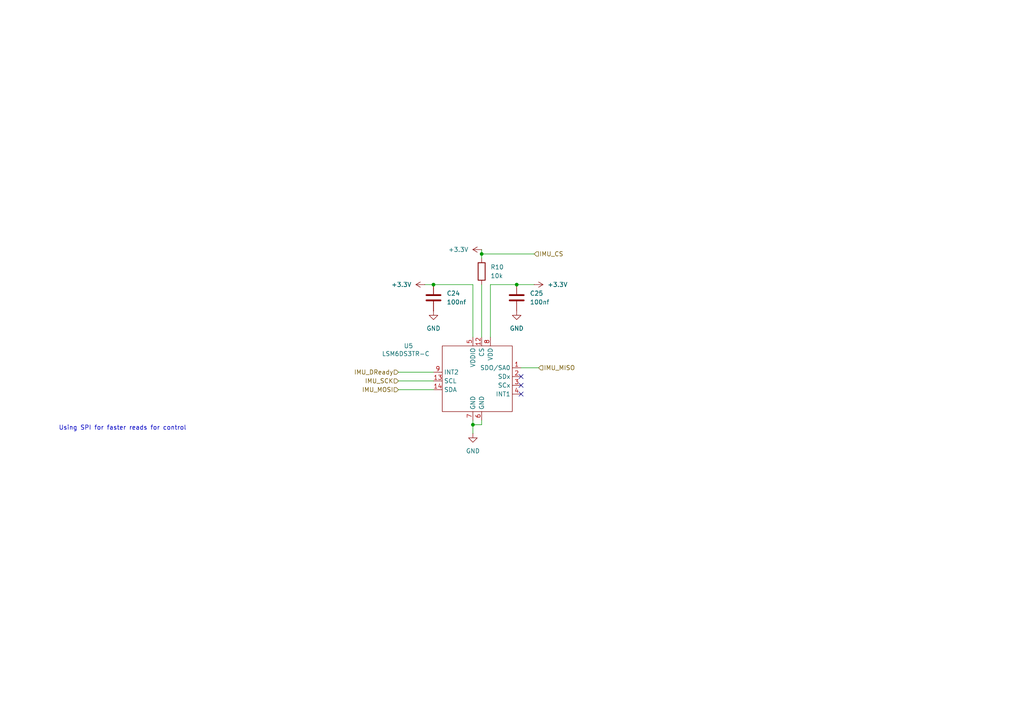
<source format=kicad_sch>
(kicad_sch (version 20250114) (generator "eeschema") (generator_version "9.0")
  (paper "A4")
  (lib_symbols
    (symbol "Device:C" (pin_numbers (hide yes)) (pin_names (offset 0.254))
      (property "Reference" "C" (at 0.635 2.54 0))
      (property "Value" "C" (at 0.635 -2.54 0))
      (symbol "C_0_1"
        (polyline (pts (xy -2.032 0.762) (xy 2.032 0.762)) (stroke (width 0.508)))
        (polyline (pts (xy -2.032 -0.762) (xy 2.032 -0.762)) (stroke (width 0.508)))
      )
      (symbol "C_1_1"
        (pin passive line (at 0 3.81 270) (length 2.794) (name "~") (number "1"))
        (pin passive line (at 0 -3.81 90) (length 2.794) (name "~") (number "2"))
      )
    )
    (symbol "Device:R" (pin_numbers (hide yes)) (pin_names (offset 0))
      (property "Reference" "R" (at 2.032 0 90))
      (property "Value" "R" (at 0 0 90))
      (symbol "R_0_1"
        (rectangle (start -1.016 -2.54) (end 1.016 2.54) (stroke (width 0.254)))
      )
      (symbol "R_1_1"
        (pin passive line (at 0 3.81 270) (length 1.27) (name "~") (number "1"))
        (pin passive line (at 0 -3.81 90) (length 1.27) (name "~") (number "2"))
      )
    )
    (symbol "Footprints:LSM6DS3TR-C"
      (property "Reference" "U4" (at -18.796 20.32 0))
      (property "Value" "LSM6DS3TR-C" (at -25.146 18.034 0))
      (symbol "LSM6DS3TR-C_0_1"
        (rectangle (start -7.62 20.32) (end 12.7 1.27))
      )
      (symbol "LSM6DS3TR-C_1_1"
        (pin input line (at -10.16 12.7 0) (length 2.54) (name "INT2") (number "9"))
        (pin input line (at -10.16 10.16 0) (length 2.54) (name "SCL") (number "13"))
        (pin input line (at -10.16 7.62 0) (length 2.54) (name "SDA") (number "14"))
        (pin no_connect line (at -7.62 5.08 0) (length 2.54) (hide yes) (name "NC") (number "11"))
        (pin no_connect line (at -7.62 2.54 0) (length 2.54) (hide yes) (name "NC") (number "10"))
        (pin power_in line (at 1.27 22.86 270) (length 2.54) (name "VDDIO") (number "5"))
        (pin input line (at 1.27 -1.27 90) (length 2.54) (name "GND") (number "7"))
        (pin input line (at 3.81 22.86 270) (length 2.54) (name "CS") (number "12"))
        (pin input line (at 3.81 -1.27 90) (length 2.54) (name "GND") (number "6"))
        (pin power_in line (at 6.35 22.86 270) (length 2.54) (name "VDD") (number "8"))
        (pin input line (at 15.24 13.97 180) (length 2.54) (name "SDO/SA0") (number "1"))
        (pin input line (at 15.24 11.43 180) (length 2.54) (name "SDx") (number "2"))
        (pin input line (at 15.24 8.89 180) (length 2.54) (name "SCx") (number "3"))
        (pin input line (at 15.24 6.35 180) (length 2.54) (name "INT1") (number "4"))
      )
    )
    (symbol "power:+3.3V" (power) (pin_numbers (hide yes)) (pin_names (offset 0) (hide yes))
      (property "Value" "+3.3V" (at 0 3.556 0))
      (symbol "+3.3V_0_1"
        (polyline (pts (xy -0.762 1.27) (xy 0 2.54)))
        (polyline (pts (xy 0 2.54) (xy 0.762 1.27)))
        (polyline (pts (xy 0 0) (xy 0 2.54)))
      )
      (symbol "+3.3V_1_1"
        (pin power_in line (at 0 0 90) (length 0) (name "~") (number "1"))
      )
    )
    (symbol "power:GND" (power) (pin_numbers (hide yes)) (pin_names (offset 0) (hide yes))
      (property "Value" "GND" (at 0 -3.81 0))
      (symbol "GND_0_1"
        (polyline (pts (xy 0 0) (xy 0 -1.27) (xy 1.27 -1.27) (xy 0 -2.54) (xy -1.27 -1.27) (xy 0 -1.27)))
      )
      (symbol "GND_1_1"
        (pin power_in line (at 0 0 270) (length 0) (name "~") (number "1"))
      )
    )
  )
  (text "Using SPI for faster reads for control" (at 35.56 124.206 0) (effects (font (size 1.27 1.27))))
  (junction (at 149.86 82.55))
  (junction (at 125.73 82.55))
  (junction (at 139.7 73.66))
  (junction (at 137.16 123.19))
  (no_connect (at 151.13 114.3))
  (no_connect (at 151.13 109.22))
  (no_connect (at 151.13 111.76))
  (wire (pts (xy 142.24 97.79) (xy 142.24 82.55)))
  (wire (pts (xy 123.19 82.55) (xy 125.73 82.55)))
  (wire (pts (xy 115.57 110.49) (xy 125.73 110.49)))
  (wire (pts (xy 137.16 97.79) (xy 137.16 82.55)))
  (wire (pts (xy 149.86 82.55) (xy 154.94 82.55)))
  (wire (pts (xy 115.57 113.03) (xy 125.73 113.03)))
  (wire (pts (xy 139.7 123.19) (xy 137.16 123.19)))
  (wire (pts (xy 115.57 107.95) (xy 125.73 107.95)))
  (wire (pts (xy 154.94 73.66) (xy 139.7 73.66)))
  (wire (pts (xy 139.7 82.55) (xy 139.7 97.79)))
  (wire (pts (xy 137.16 125.73) (xy 137.16 123.19)))
  (wire (pts (xy 142.24 82.55) (xy 149.86 82.55)))
  (wire (pts (xy 137.16 82.55) (xy 125.73 82.55)))
  (wire (pts (xy 137.16 123.19) (xy 137.16 121.92)))
  (wire (pts (xy 139.7 121.92) (xy 139.7 123.19)))
  (wire (pts (xy 156.21 106.68) (xy 151.13 106.68)))
  (wire (pts (xy 139.7 73.66) (xy 139.7 74.93)))
  (wire (pts (xy 139.7 72.39) (xy 139.7 73.66)))
  (hierarchical_label "IMU_SCK" (shape input) (at 115.57 110.49 180))
  (hierarchical_label "IMU_CS" (shape input) (at 154.94 73.66 0))
  (hierarchical_label "IMU_MISO" (shape input) (at 156.21 106.68 0))
  (hierarchical_label "IMU_DReady" (shape input) (at 115.57 107.95 180))
  (hierarchical_label "IMU_MOSI" (shape input) (at 115.57 113.03 180))
  (symbol (lib_id "power:+3.3V") (at 123.19 82.55 90) (unit 1)
    (property "Reference" "#PWR070" (effects (hide yes)))
    (property "Value" "+3.3V" (at 119.38 82.5499 90) (effects (justify left)))
    (property "Description" "Power symbol creates a global label with name \"+3.3V\"" (effects (hide yes)))
  )
  (symbol (lib_id "power:+3.3V") (at 154.94 82.55 270) (unit 1)
    (property "Reference" "#PWR075" (effects (hide yes)))
    (property "Value" "+3.3V" (at 158.75 82.5499 90) (effects (justify left)))
    (property "Description" "Power symbol creates a global label with name \"+3.3V\"" (effects (hide yes)))
  )
  (symbol (lib_id "power:GND") (at 149.86 90.17 0) (unit 1)
    (property "Reference" "#PWR074" (effects (hide yes)))
    (property "Value" "GND" (at 149.86 95.25 0))
    (property "Description" "Power symbol creates a global label with name \"GND\" , ground" (effects (hide yes)))
  )
  (symbol (lib_id "power:GND") (at 125.73 90.17 0) (unit 1)
    (property "Reference" "#PWR071" (effects (hide yes)))
    (property "Value" "GND" (at 125.73 95.25 0))
    (property "Description" "Power symbol creates a global label with name \"GND\" , ground" (effects (hide yes)))
  )
  (symbol (lib_id "power:+3.3V") (at 139.7 72.39 90) (unit 1)
    (property "Reference" "#PWR073" (effects (hide yes)))
    (property "Value" "+3.3V" (at 135.89 72.3899 90) (effects (justify left)))
    (property "Description" "Power symbol creates a global label with name \"+3.3V\"" (effects (hide yes)))
  )
  (symbol (lib_id "Footprints:LSM6DS3TR-C") (at 135.89 120.65 0) (unit 1)
    (property "Reference" "U5" (at 117.094 100.33 0) (effects (justify left)))
    (property "Value" "LSM6DS3TR-C" (at 110.744 102.616 0) (effects (justify left)))
    (property "Footprint" "myFootprints:LGA-14-2.5X3MM" (effects (hide yes)))
    (property "LCSC Part" "C967633" (effects (hide yes)))
    (property "LCSC" "C967633" (effects (hide yes)))
  )
  (symbol (lib_id "Device:C") (at 125.73 86.36 0) (unit 1)
    (property "Reference" "C24" (at 129.54 85.0899 0) (effects (justify left)))
    (property "Value" "100nf" (at 129.54 87.6299 0) (effects (justify left)))
    (property "Footprint" "Capacitor_SMD:C_0805_2012Metric_Pad1.18x1.45mm_HandSolder" (effects (hide yes)))
    (property "Description" "Unpolarized capacitor" (effects (hide yes)))
    (property "LCSC Part" "C49678" (effects (hide yes)))
    (property "LCSC" "C49678" (effects (hide yes)))
  )
  (symbol (lib_id "Device:C") (at 149.86 86.36 0) (unit 1)
    (property "Reference" "C25" (at 153.67 85.0899 0) (effects (justify left)))
    (property "Value" "100nf" (at 153.67 87.6299 0) (effects (justify left)))
    (property "Footprint" "Capacitor_SMD:C_0805_2012Metric_Pad1.18x1.45mm_HandSolder" (effects (hide yes)))
    (property "Description" "Unpolarized capacitor" (effects (hide yes)))
    (property "LCSC Part" "C49678" (effects (hide yes)))
    (property "LCSC" "C49678" (effects (hide yes)))
  )
  (symbol (lib_id "Device:R") (at 139.7 78.74 0) (unit 1)
    (property "Reference" "R10" (at 142.24 77.4699 0) (effects (justify left)))
    (property "Value" "10k" (at 142.24 80.0099 0) (effects (justify left)))
    (property "Footprint" "Resistor_SMD:R_0805_2012Metric_Pad1.20x1.40mm_HandSolder" (effects (hide yes)))
    (property "Description" "Resistor" (effects (hide yes)))
    (property "LCSC" "C84376" (effects (hide yes)))
  )
  (symbol (lib_id "power:GND") (at 137.16 125.73 0) (unit 1)
    (property "Reference" "#PWR072" (effects (hide yes)))
    (property "Value" "GND" (at 137.16 130.81 0))
    (property "Description" "Power symbol creates a global label with name \"GND\" , ground" (effects (hide yes)))
  )
)
</source>
